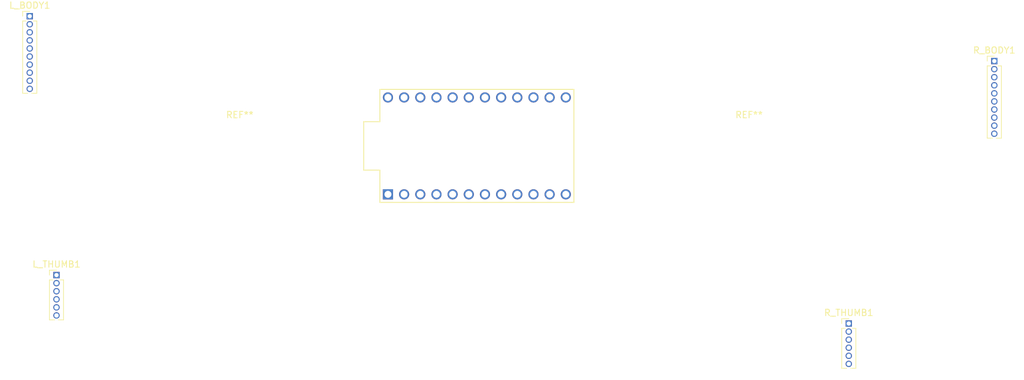
<source format=kicad_pcb>
(kicad_pcb (version 20211014) (generator pcbnew)
  (layers (0 "F.Cu" signal) (31 "B.Cu" signal) (34 "B.Paste" user) (35 "F.Paste" user) (36 "B.SilkS" user "B.Silkscreen") (37 "F.SilkS" user "F.Silkscreen") (38 "B.Mask" user) (39 "F.Mask" user) (44 "Edge.Cuts" user))
  (net 0 "")
  (net 1 "/D3")
  (net 2 "/D2")
  (net 3 "/D1")
  (net 4 "/D0")
  (net 5 "/D4")
  (net 6 "/C6")
  (net 7 "/D7")
  (net 8 "/E6")
  (net 9 "/B4")
  (net 10 "/B5")
  (net 11 "/F5")
  (net 12 "/B6")
  (net 13 "/B2")
  (net 14 "/B3")
  (net 15 "/B1")
  (net 16 "/F7")
  (net 17 "/F6")
  (net 20 "/RAW")
  (net 21 "GNDREF")
  (net 22 "/RES")
  (net 23 "/VCC")
  (net 24 "/F4")
  (footprint "Connector_PinHeader_1.27mm:PinHeader_1x10_P1.27mm_Vertical" (layer "F.Cu") (at 223.52 93.335)
    (fp_text reference "R_BODY1" (at 0 -1.695) (layer "F.SilkS"))
    (fp_text value "Conn_01x10")
    (fp_line (start -1.11 0) (end -1.11 -0.76) (layer "F.SilkS") (width 0.12))
    (fp_line (start 0.563471 0.76) (end 1.11 0.76) (layer "F.SilkS") (width 0.12))
    (fp_line (start 1.11 0.76) (end 1.11 12.125) (layer "F.SilkS") (width 0.12))
    (fp_line (start -1.11 12.125) (end -0.30753 12.125) (layer "F.SilkS") (width 0.12))
    (fp_line (start 0.30753 12.125) (end 1.11 12.125) (layer "F.SilkS") (width 0.12))
    (fp_line (start -1.11 -0.76) (end 0 -0.76) (layer "F.SilkS") (width 0.12))
    (fp_line (start -1.11 0.76) (end -0.563471 0.76) (layer "F.SilkS") (width 0.12))
    (fp_line (start -1.11 0.76) (end -1.11 12.125) (layer "F.SilkS") (width 0.12))
    (pad "1" thru_hole rect (at 0 0) (size 1 1) (drill 0.65) (layers *.Cu *.Mask) (net 1 "/D3"))
    (pad "2" thru_hole oval (at 0 1.27) (size 1 1) (drill 0.65) (layers *.Cu *.Mask) (net 2 "/D2"))
    (pad "3" thru_hole oval (at 0 2.54) (size 1 1) (drill 0.65) (layers *.Cu *.Mask) (net 3 "/D1"))
    (pad "4" thru_hole oval (at 0 3.81) (size 1 1) (drill 0.65) (layers *.Cu *.Mask) (net 4 "/D0"))
    (pad "5" thru_hole oval (at 0 5.08) (size 1 1) (drill 0.65) (layers *.Cu *.Mask) (net 12 "/B6"))
    (pad "6" thru_hole oval (at 0 6.35) (size 1 1) (drill 0.65) (layers *.Cu *.Mask) (net 13 "/B2"))
    (pad "7" thru_hole oval (at 0 7.62) (size 1 1) (drill 0.65) (layers *.Cu *.Mask) (net 14 "/B3"))
    (pad "8" thru_hole oval (at 0 8.89) (size 1 1) (drill 0.65) (layers *.Cu *.Mask) (net 15 "/B1"))
    (pad "9" thru_hole oval (at 0 10.16) (size 1 1) (drill 0.65) (layers *.Cu *.Mask) (net 16 "/F7"))
    (pad "10" thru_hole oval (at 0 11.43) (size 1 1) (drill 0.65) (layers *.Cu *.Mask) (net 17 "/F6"))
  )
  (footprint "Connector_PinHeader_1.27mm:PinHeader_1x10_P1.27mm_Vertical" (layer "F.Cu") (at 72 86.275)
    (fp_text reference "L_BODY1" (at 0 -1.695) (layer "F.SilkS"))
    (fp_text value "Conn_01x10")
    (fp_line (start -1.11 0.76) (end -1.11 12.125) (layer "F.SilkS") (width 0.12))
    (fp_line (start -1.11 0) (end -1.11 -0.76) (layer "F.SilkS") (width 0.12))
    (fp_line (start 0.563471 0.76) (end 1.11 0.76) (layer "F.SilkS") (width 0.12))
    (fp_line (start -1.11 -0.76) (end 0 -0.76) (layer "F.SilkS") (width 0.12))
    (fp_line (start -1.11 0.76) (end -0.563471 0.76) (layer "F.SilkS") (width 0.12))
    (fp_line (start 1.11 0.76) (end 1.11 12.125) (layer "F.SilkS") (width 0.12))
    (fp_line (start 0.30753 12.125) (end 1.11 12.125) (layer "F.SilkS") (width 0.12))
    (fp_line (start -1.11 12.125) (end -0.30753 12.125) (layer "F.SilkS") (width 0.12))
    (pad "1" thru_hole rect (at 0 0) (size 1 1) (drill 0.65) (layers *.Cu *.Mask) (net 1 "/D3"))
    (pad "2" thru_hole oval (at 0 1.27) (size 1 1) (drill 0.65) (layers *.Cu *.Mask) (net 2 "/D2"))
    (pad "3" thru_hole oval (at 0 2.54) (size 1 1) (drill 0.65) (layers *.Cu *.Mask) (net 3 "/D1"))
    (pad "4" thru_hole oval (at 0 3.81) (size 1 1) (drill 0.65) (layers *.Cu *.Mask) (net 4 "/D0"))
    (pad "5" thru_hole oval (at 0 5.08) (size 1 1) (drill 0.65) (layers *.Cu *.Mask) (net 5 "/D4"))
    (pad "6" thru_hole oval (at 0 6.35) (size 1 1) (drill 0.65) (layers *.Cu *.Mask) (net 6 "/C6"))
    (pad "7" thru_hole oval (at 0 7.62) (size 1 1) (drill 0.65) (layers *.Cu *.Mask) (net 7 "/D7"))
    (pad "8" thru_hole oval (at 0 8.89) (size 1 1) (drill 0.65) (layers *.Cu *.Mask) (net 8 "/E6"))
    (pad "9" thru_hole oval (at 0 10.16) (size 1 1) (drill 0.65) (layers *.Cu *.Mask) (net 9 "/B4"))
    (pad "10" thru_hole oval (at 0 11.43) (size 1 1) (drill 0.65) (layers *.Cu *.Mask) (net 10 "/B5"))
  )
  (footprint "Connector_PinHeader_1.27mm:PinHeader_1x06_P1.27mm_Vertical" (layer "F.Cu") (at 76.2 127)
    (fp_text reference "L_THUMB1" (at 0 -1.695) (layer "F.SilkS"))
    (fp_text value "Conn_01x06")
    (fp_line (start -1.11 0.76) (end -1.11 7.045) (layer "F.SilkS") (width 0.12))
    (fp_line (start -1.11 0.76) (end -0.563471 0.76) (layer "F.SilkS") (width 0.12))
    (fp_line (start -1.11 0) (end -1.11 -0.76) (layer "F.SilkS") (width 0.12))
    (fp_line (start -1.11 7.045) (end -0.30753 7.045) (layer "F.SilkS") (width 0.12))
    (fp_line (start 0.30753 7.045) (end 1.11 7.045) (layer "F.SilkS") (width 0.12))
    (fp_line (start 0.563471 0.76) (end 1.11 0.76) (layer "F.SilkS") (width 0.12))
    (fp_line (start -1.11 -0.76) (end 0 -0.76) (layer "F.SilkS") (width 0.12))
    (fp_line (start 1.11 0.76) (end 1.11 7.045) (layer "F.SilkS") (width 0.12))
    (pad "1" thru_hole rect (at 0 0) (size 1 1) (drill 0.65) (layers *.Cu *.Mask) (net 5 "/D4"))
    (pad "2" thru_hole oval (at 0 1.27) (size 1 1) (drill 0.65) (layers *.Cu *.Mask) (net 6 "/C6"))
    (pad "3" thru_hole oval (at 0 2.54) (size 1 1) (drill 0.65) (layers *.Cu *.Mask) (net 7 "/D7"))
    (pad "4" thru_hole oval (at 0 3.81) (size 1 1) (drill 0.65) (layers *.Cu *.Mask) (net 8 "/E6"))
    (pad "5" thru_hole oval (at 0 5.08) (size 1 1) (drill 0.65) (layers *.Cu *.Mask) (net 9 "/B4"))
    (pad "6" thru_hole oval (at 0 6.35) (size 1 1) (drill 0.65) (layers *.Cu *.Mask) (net 11 "/F5"))
  )
  (footprint "promicro:ProMicro-EnforcedTop" (layer "F.Cu") (at 142.24 106.68)
    (fp_text reference "PRO_MICRO1" hide)
    (fp_text value "Conn_02x12_Top_Bottom")
    (fp_line (start -17.78 3.81) (end -17.78 -3.81) (layer "F.SilkS") (width 0.15))
    (fp_line (start -15.24 -8.89) (end 15.24 -8.89) (layer "F.SilkS") (width 0.15))
    (fp_line (start -15.24 3.81) (end -17.78 3.81) (layer "F.SilkS") (width 0.15))
    (fp_line (start -15.24 8.89) (end -15.24 3.81) (layer "F.SilkS") (width 0.15))
    (fp_line (start -15.24 -3.81) (end -15.24 -8.89) (layer "F.SilkS") (width 0.15))
    (fp_line (start -15.24 8.89) (end 15.24 8.89) (layer "F.SilkS") (width 0.15))
    (fp_line (start -17.78 -3.81) (end -15.24 -3.81) (layer "F.SilkS") (width 0.15))
    (fp_line (start 15.24 -8.89) (end 15.24 8.89) (layer "F.SilkS") (width 0.15))
    (pad "1" thru_hole rect locked (at -13.97 7.62) (size 1.6 1.6) (drill 1.1) (layers *.Cu "B.Mask") (net 1 "/D3"))
    (pad "2" thru_hole circle locked (at -11.43 7.62) (size 1.6 1.6) (drill 1.1) (layers *.Cu "B.Mask") (net 2 "/D2"))
    (pad "3" thru_hole circle locked (at -8.89 7.62) (size 1.6 1.6) (drill 1.1) (layers *.Cu "B.Mask"))
    (pad "4" thru_hole circle locked (at -6.35 7.62) (size 1.6 1.6) (drill 1.1) (layers *.Cu "B.Mask"))
    (pad "5" thru_hole circle locked (at -3.81 7.62) (size 1.6 1.6) (drill 1.1) (layers *.Cu "B.Mask") (net 3 "/D1"))
    (pad "6" thru_hole circle locked (at -1.27 7.62) (size 1.6 1.6) (drill 1.1) (layers *.Cu "B.Mask") (net 4 "/D0"))
    (pad "7" thru_hole circle locked (at 1.27 7.62) (size 1.6 1.6) (drill 1.1) (layers *.Cu "B.Mask") (net 5 "/D4"))
    (pad "8" thru_hole circle locked (at 3.81 7.62) (size 1.6 1.6) (drill 1.1) (layers *.Cu "B.Mask") (net 6 "/C6"))
    (pad "9" thru_hole circle locked (at 6.35 7.62) (size 1.6 1.6) (drill 1.1) (layers *.Cu "B.Mask") (net 7 "/D7"))
    (pad "10" thru_hole circle locked (at 8.89 7.62) (size 1.6 1.6) (drill 1.1) (layers *.Cu "B.Mask") (net 8 "/E6"))
    (pad "11" thru_hole circle locked (at 11.43 7.62) (size 1.6 1.6) (drill 1.1) (layers *.Cu "B.Mask") (net 9 "/B4"))
    (pad "12" thru_hole circle locked (at 13.97 7.62) (size 1.6 1.6) (drill 1.1) (layers *.Cu "B.Mask") (net 10 "/B5"))
    (pad "13" thru_hole circle locked (at 13.97 -7.62) (size 1.6 1.6) (drill 1.1) (layers *.Cu "B.Mask") (net 20 "/RAW"))
    (pad "14" thru_hole circle locked (at 11.43 -7.62) (size 1.6 1.6) (drill 1.1) (layers *.Cu "B.Mask") (net 21 "GNDREF"))
    (pad "15" thru_hole circle locked (at 8.89 -7.62) (size 1.6 1.6) (drill 1.1) (layers *.Cu "B.Mask") (net 22 "/RES"))
    (pad "16" thru_hole circle locked (at 6.35 -7.62) (size 1.6 1.6) (drill 1.1) (layers *.Cu "B.Mask") (net 23 "/VCC"))
    (pad "17" thru_hole circle locked (at 3.81 -7.62) (size 1.6 1.6) (drill 1.1) (layers *.Cu "B.Mask") (net 24 "/F4"))
    (pad "18" thru_hole circle locked (at 1.27 -7.62) (size 1.6 1.6) (drill 1.1) (layers *.Cu "B.Mask") (net 11 "/F5"))
    (pad "19" thru_hole circle locked (at -1.27 -7.62) (size 1.6 1.6) (drill 1.1) (layers *.Cu "B.Mask") (net 17 "/F6"))
    (pad "20" thru_hole circle locked (at -3.81 -7.62) (size 1.6 1.6) (drill 1.1) (layers *.Cu "B.Mask") (net 16 "/F7"))
    (pad "21" thru_hole circle locked (at -6.35 -7.62) (size 1.6 1.6) (drill 1.1) (layers *.Cu "B.Mask") (net 15 "/B1"))
    (pad "22" thru_hole circle locked (at -8.89 -7.62) (size 1.6 1.6) (drill 1.1) (layers *.Cu "B.Mask") (net 14 "/B3"))
    (pad "23" thru_hole circle locked (at -11.43 -7.62) (size 1.6 1.6) (drill 1.1) (layers *.Cu "B.Mask") (net 13 "/B2"))
    (pad "24" thru_hole circle locked (at -13.97 -7.62) (size 1.6 1.6) (drill 1.1) (layers *.Cu "B.Mask") (net 12 "/B6"))
  )
  (footprint "Connector_PinHeader_1.27mm:PinHeader_1x06_P1.27mm_Vertical" (layer "F.Cu") (at 200.66 134.62)
    (fp_text reference "R_THUMB1" (at 0 -1.695) (layer "F.SilkS"))
    (fp_text value "Conn_01x06")
    (fp_line (start -1.11 0.76) (end -1.11 7.045) (layer "F.SilkS") (width 0.12))
    (fp_line (start 0.563471 0.76) (end 1.11 0.76) (layer "F.SilkS") (width 0.12))
    (fp_line (start -1.11 0.76) (end -0.563471 0.76) (layer "F.SilkS") (width 0.12))
    (fp_line (start 1.11 0.76) (end 1.11 7.045) (layer "F.SilkS") (width 0.12))
    (fp_line (start -1.11 0) (end -1.11 -0.76) (layer "F.SilkS") (width 0.12))
    (fp_line (start -1.11 -0.76) (end 0 -0.76) (layer "F.SilkS") (width 0.12))
    (fp_line (start 0.30753 7.045) (end 1.11 7.045) (layer "F.SilkS") (width 0.12))
    (fp_line (start -1.11 7.045) (end -0.30753 7.045) (layer "F.SilkS") (width 0.12))
    (pad "1" thru_hole rect (at 0 0) (size 1 1) (drill 0.65) (layers *.Cu *.Mask) (net 12 "/B6"))
    (pad "2" thru_hole oval (at 0 1.27) (size 1 1) (drill 0.65) (layers *.Cu *.Mask) (net 13 "/B2"))
    (pad "3" thru_hole oval (at 0 2.54) (size 1 1) (drill 0.65) (layers *.Cu *.Mask) (net 14 "/B3"))
    (pad "4" thru_hole oval (at 0 3.81) (size 1 1) (drill 0.65) (layers *.Cu *.Mask) (net 15 "/B1"))
    (pad "5" thru_hole oval (at 0 5.08) (size 1 1) (drill 0.65) (layers *.Cu *.Mask) (net 16 "/F7"))
    (pad "6" thru_hole oval (at 0 6.35) (size 1 1) (drill 0.65) (layers *.Cu *.Mask) (net 11 "/F5"))
  )
  (footprint "MountingHole:MountingHole_2.2mm_M2" (layer "F.Cu") (at 185 105)
    (fp_text reference "REF**" (at 0 -3.2) (layer "F.SilkS"))
    (fp_text value "MountingHole_2.2mm_M2")
    (pad "" np_thru_hole circle (at 0 0) (size 2.2 2.2) (drill 2.2) (layers *.Cu *.Mask))
  )
  (footprint "MountingHole:MountingHole_2.2mm_M2" (layer "F.Cu") (at 105 105)
    (fp_text reference "REF**" (at 0 -3.2) (layer "F.SilkS"))
    (fp_text value "MountingHole_2.2mm_M2")
    (pad "" np_thru_hole circle (at 0 0) (size 2.2 2.2) (drill 2.2) (layers *.Cu *.Mask))
  )
)
</source>
